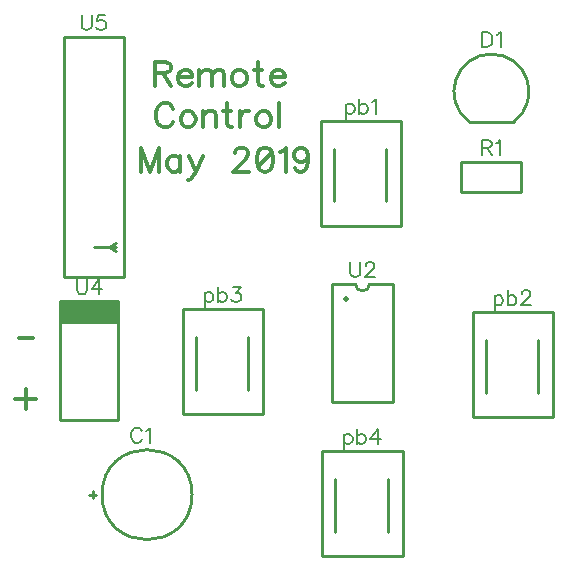
<source format=gbr>
G04 DipTrace 2.4.0.2*
%INTopSilk.gbr*%
%MOIN*%
%ADD10C,0.0098*%
%ADD46C,0.0077*%
%ADD47C,0.0124*%
%FSLAX44Y44*%
G04*
G70*
G90*
G75*
G01*
%LNTopSilk*%
%LPD*%
X17114Y14368D2*
D10*
Y10431D1*
X15067D2*
X17114D1*
X15067Y14368D2*
Y10431D1*
Y14368D2*
X15854D1*
X17114D2*
X16327D1*
X15854D2*
G03X16327Y14368I236J0D01*
G01*
X7095Y7223D2*
Y7459D1*
X6977Y7341D2*
X7213D1*
X7406D2*
G02X7406Y7341I1500J0D01*
G01*
X14692Y19810D2*
X17380D1*
Y16310D1*
X14692D1*
Y19810D1*
X15130Y18872D2*
Y17122D1*
X16880Y18872D2*
Y17122D1*
X19755Y13420D2*
X22442D1*
Y9920D1*
X19755D1*
Y13420D1*
X20193Y12482D2*
Y10732D1*
X21943Y12482D2*
Y10732D1*
X10098Y13528D2*
X12786D1*
Y10028D1*
X10098D1*
Y13528D1*
X10536Y12591D2*
Y10841D1*
X12286Y12591D2*
Y10841D1*
X14745Y8799D2*
X17433D1*
Y5299D1*
X14745D1*
Y8799D1*
X15183Y7862D2*
Y6112D1*
X16933Y7862D2*
Y6112D1*
X7939Y13788D2*
X5991D1*
Y9830D1*
X7939D1*
Y13788D1*
G36*
X7991Y13538D2*
X5991D1*
Y13038D1*
X7991D1*
Y13538D1*
G37*
G36*
X7928Y13414D2*
X6116D1*
Y13351D1*
X7928D1*
Y13414D1*
G37*
G36*
X7991Y13726D2*
X7928D1*
D1*
X7991D1*
G37*
G36*
Y13788D2*
X5991D1*
Y13226D1*
X7991D1*
Y13788D1*
G37*
X8135Y22600D2*
D10*
X6135D1*
Y14600D1*
X8135D1*
Y22600D1*
X7885Y15600D2*
X7385D1*
X7885D2*
X7135D1*
X7635D2*
X7885Y15475D1*
X7635Y15600D2*
X7885Y15725D1*
X19368Y18419D2*
X21364D1*
Y17419D2*
Y18419D1*
X19368Y17419D2*
X21364D1*
X19368D2*
Y18419D1*
X21135Y19779D2*
X19636D1*
X21138Y19781D2*
G03X19633Y19781I-752J998D01*
G01*
X15678Y15100D2*
D46*
Y14741D1*
X15702Y14669D1*
X15750Y14622D1*
X15822Y14598D1*
X15870D1*
X15941Y14622D1*
X15990Y14669D1*
X16013Y14741D1*
Y15100D1*
X16192Y14980D2*
Y15004D1*
X16216Y15052D1*
X16240Y15076D1*
X16288Y15099D1*
X16383D1*
X16431Y15076D1*
X16455Y15052D1*
X16479Y15004D1*
Y14956D1*
X16455Y14908D1*
X16407Y14837D1*
X16168Y14598D1*
X16503D1*
X8734Y9454D2*
X8710Y9501D1*
X8662Y9549D1*
X8614Y9573D1*
X8519D1*
X8471Y9549D1*
X8423Y9501D1*
X8399Y9454D1*
X8375Y9382D1*
Y9262D1*
X8399Y9191D1*
X8423Y9143D1*
X8471Y9095D1*
X8519Y9071D1*
X8614D1*
X8662Y9095D1*
X8710Y9143D1*
X8734Y9191D1*
X8888Y9477D2*
X8936Y9501D1*
X9008Y9573D1*
Y9071D1*
X15534Y20374D2*
Y19872D1*
Y20303D2*
X15583Y20350D1*
X15630Y20374D1*
X15702D1*
X15750Y20350D1*
X15798Y20303D1*
X15822Y20231D1*
Y20183D1*
X15798Y20111D1*
X15750Y20063D1*
X15702Y20040D1*
X15630D1*
X15583Y20063D1*
X15534Y20111D1*
X15976Y20542D2*
Y20040D1*
Y20303D2*
X16024Y20351D1*
X16072Y20374D1*
X16144D1*
X16191Y20351D1*
X16239Y20303D1*
X16263Y20231D1*
Y20183D1*
X16239Y20111D1*
X16191Y20064D1*
X16144Y20040D1*
X16072D1*
X16024Y20064D1*
X15976Y20111D1*
X16417Y20446D2*
X16466Y20470D1*
X16537Y20541D1*
Y20040D1*
X20490Y13985D2*
Y13482D1*
Y13913D2*
X20538Y13960D1*
X20585Y13985D1*
X20657D1*
X20705Y13960D1*
X20753Y13913D1*
X20777Y13841D1*
Y13793D1*
X20753Y13722D1*
X20705Y13673D1*
X20657Y13650D1*
X20585D1*
X20538Y13673D1*
X20490Y13722D1*
X20932Y14152D2*
Y13650D1*
Y13913D2*
X20980Y13961D1*
X21027Y13985D1*
X21099D1*
X21147Y13961D1*
X21195Y13913D1*
X21218Y13841D1*
Y13793D1*
X21195Y13722D1*
X21147Y13674D1*
X21099Y13650D1*
X21027D1*
X20980Y13674D1*
X20932Y13722D1*
X21397Y14032D2*
Y14056D1*
X21421Y14104D1*
X21445Y14128D1*
X21493Y14152D1*
X21588D1*
X21636Y14128D1*
X21660Y14104D1*
X21684Y14056D1*
Y14008D1*
X21660Y13960D1*
X21612Y13889D1*
X21373Y13650D1*
X21708D1*
X10833Y14093D2*
Y13591D1*
Y14021D2*
X10881Y14069D1*
X10929Y14093D1*
X11001D1*
X11049Y14069D1*
X11096Y14021D1*
X11121Y13949D1*
Y13901D1*
X11096Y13830D1*
X11049Y13782D1*
X11001Y13758D1*
X10929D1*
X10881Y13782D1*
X10833Y13830D1*
X11275Y14260D2*
Y13758D1*
Y14021D2*
X11323Y14069D1*
X11371Y14093D1*
X11442D1*
X11490Y14069D1*
X11538Y14021D1*
X11562Y13949D1*
Y13902D1*
X11538Y13830D1*
X11490Y13782D1*
X11442Y13758D1*
X11371D1*
X11323Y13782D1*
X11275Y13830D1*
X11764Y14260D2*
X12027D1*
X11884Y14069D1*
X11956D1*
X12003Y14045D1*
X12027Y14021D1*
X12051Y13949D1*
Y13902D1*
X12027Y13830D1*
X11979Y13782D1*
X11907Y13758D1*
X11836D1*
X11764Y13782D1*
X11741Y13806D1*
X11716Y13854D1*
X15468Y9364D2*
Y8862D1*
Y9292D2*
X15516Y9340D1*
X15564Y9364D1*
X15636D1*
X15684Y9340D1*
X15731Y9292D1*
X15756Y9220D1*
Y9172D1*
X15731Y9101D1*
X15684Y9053D1*
X15636Y9029D1*
X15564D1*
X15516Y9053D1*
X15468Y9101D1*
X15910Y9532D2*
Y9029D1*
Y9292D2*
X15958Y9340D1*
X16006Y9364D1*
X16077D1*
X16125Y9340D1*
X16173Y9292D1*
X16197Y9220D1*
Y9173D1*
X16173Y9101D1*
X16125Y9054D1*
X16077Y9029D1*
X16006D1*
X15958Y9054D1*
X15910Y9101D1*
X16591Y9029D2*
Y9531D1*
X16351Y9197D1*
X16710D1*
X6567Y14521D2*
Y14162D1*
X6591Y14090D1*
X6639Y14043D1*
X6711Y14018D1*
X6758D1*
X6830Y14043D1*
X6878Y14090D1*
X6902Y14162D1*
Y14521D1*
X7295Y14018D2*
Y14520D1*
X7056Y14186D1*
X7415D1*
X6723Y23332D2*
Y22973D1*
X6747Y22902D1*
X6795Y22854D1*
X6867Y22830D1*
X6914D1*
X6986Y22854D1*
X7034Y22902D1*
X7058Y22973D1*
Y23332D1*
X7499D2*
X7260D1*
X7236Y23117D1*
X7260Y23140D1*
X7332Y23165D1*
X7403D1*
X7475Y23140D1*
X7523Y23093D1*
X7547Y23021D1*
Y22973D1*
X7523Y22902D1*
X7475Y22853D1*
X7403Y22830D1*
X7332D1*
X7260Y22853D1*
X7236Y22878D1*
X7212Y22925D1*
X20061Y18912D2*
X20276D1*
X20348Y18936D1*
X20372Y18960D1*
X20396Y19007D1*
Y19055D1*
X20372Y19103D1*
X20348Y19127D1*
X20276Y19151D1*
X20061D1*
Y18649D1*
X20229Y18912D2*
X20396Y18649D1*
X20550Y19055D2*
X20599Y19079D1*
X20670Y19150D1*
Y18649D1*
X20081Y22761D2*
Y22259D1*
X20249D1*
X20320Y22283D1*
X20368Y22331D1*
X20392Y22379D1*
X20416Y22450D1*
Y22570D1*
X20392Y22642D1*
X20368Y22689D1*
X20320Y22737D1*
X20249Y22761D1*
X20081D1*
X20570Y22665D2*
X20618Y22689D1*
X20690Y22761D1*
Y22259D1*
X9157Y21384D2*
D47*
X9501D1*
X9616Y21423D1*
X9655Y21461D1*
X9693Y21537D1*
Y21614D1*
X9655Y21690D1*
X9616Y21729D1*
X9501Y21767D1*
X9157D1*
Y20963D1*
X9425Y21384D2*
X9693Y20963D1*
X9940Y21269D2*
X10399D1*
Y21346D1*
X10361Y21423D1*
X10323Y21461D1*
X10246Y21499D1*
X10131D1*
X10055Y21461D1*
X9978Y21384D1*
X9940Y21269D1*
Y21193D1*
X9978Y21078D1*
X10055Y21002D1*
X10131Y20963D1*
X10246D1*
X10323Y21002D1*
X10399Y21078D1*
X10646Y21499D2*
Y20963D1*
Y21346D2*
X10761Y21461D1*
X10837Y21499D1*
X10952D1*
X11029Y21461D1*
X11067Y21346D1*
Y20963D1*
Y21346D2*
X11181Y21461D1*
X11258Y21499D1*
X11373D1*
X11449Y21461D1*
X11488Y21346D1*
Y20963D1*
X11926Y21499D2*
X11850Y21461D1*
X11773Y21384D1*
X11735Y21269D1*
Y21193D1*
X11773Y21078D1*
X11850Y21002D1*
X11926Y20963D1*
X12041D1*
X12118Y21002D1*
X12194Y21078D1*
X12233Y21193D1*
Y21269D1*
X12194Y21384D1*
X12118Y21461D1*
X12041Y21499D1*
X11926D1*
X12595Y21767D2*
Y21116D1*
X12633Y21002D1*
X12710Y20963D1*
X12786D1*
X12480Y21499D2*
X12748D1*
X13033Y21269D2*
X13492D1*
Y21346D1*
X13454Y21423D1*
X13416Y21461D1*
X13339Y21499D1*
X13224D1*
X13148Y21461D1*
X13071Y21384D1*
X13033Y21269D1*
Y21193D1*
X13071Y21078D1*
X13148Y21002D1*
X13224Y20963D1*
X13339D1*
X13416Y21002D1*
X13492Y21078D1*
X9780Y20198D2*
X9742Y20274D1*
X9665Y20351D1*
X9589Y20389D1*
X9436D1*
X9359Y20351D1*
X9283Y20274D1*
X9244Y20198D1*
X9206Y20083D1*
Y19891D1*
X9244Y19777D1*
X9283Y19700D1*
X9359Y19624D1*
X9436Y19585D1*
X9589D1*
X9665Y19624D1*
X9742Y19700D1*
X9780Y19777D1*
X10218Y20121D2*
X10142Y20083D1*
X10065Y20006D1*
X10027Y19891D1*
Y19815D1*
X10065Y19700D1*
X10142Y19624D1*
X10218Y19585D1*
X10333D1*
X10410Y19624D1*
X10486Y19700D1*
X10525Y19815D1*
Y19891D1*
X10486Y20006D1*
X10410Y20083D1*
X10333Y20121D1*
X10218D1*
X10772D2*
Y19585D1*
Y19968D2*
X10887Y20083D1*
X10964Y20121D1*
X11078D1*
X11155Y20083D1*
X11193Y19968D1*
Y19585D1*
X11555Y20389D2*
Y19738D1*
X11593Y19624D1*
X11670Y19585D1*
X11746D1*
X11440Y20121D2*
X11708D1*
X11993D2*
Y19585D1*
Y19891D2*
X12032Y20006D1*
X12108Y20083D1*
X12185Y20121D1*
X12300D1*
X12738D2*
X12662Y20083D1*
X12585Y20006D1*
X12547Y19891D1*
Y19815D1*
X12585Y19700D1*
X12662Y19624D1*
X12738Y19585D1*
X12853D1*
X12929Y19624D1*
X13006Y19700D1*
X13044Y19815D1*
Y19891D1*
X13006Y20006D1*
X12929Y20083D1*
X12853Y20121D1*
X12738D1*
X13291Y20389D2*
Y19585D1*
X4862Y10877D2*
Y10188D1*
X4518Y10532D2*
X5206D1*
X9309Y18109D2*
Y18913D1*
X9003Y18109D1*
X8697Y18913D1*
Y18109D1*
X10015Y18645D2*
Y18109D1*
Y18530D2*
X9939Y18607D1*
X9862Y18645D1*
X9748D1*
X9671Y18607D1*
X9595Y18530D1*
X9556Y18415D1*
Y18339D1*
X9595Y18224D1*
X9671Y18148D1*
X9748Y18109D1*
X9862D1*
X9939Y18148D1*
X10015Y18224D1*
X10301Y18645D2*
X10530Y18109D1*
X10454Y17956D1*
X10377Y17879D1*
X10301Y17841D1*
X10262D1*
X10760Y18645D2*
X10530Y18109D1*
X11824Y18721D2*
Y18759D1*
X11862Y18836D1*
X11900Y18874D1*
X11977Y18912D1*
X12130D1*
X12206Y18874D1*
X12244Y18836D1*
X12283Y18759D1*
Y18683D1*
X12244Y18606D1*
X12168Y18492D1*
X11785Y18109D1*
X12321D1*
X12798Y18912D2*
X12683Y18874D1*
X12606Y18759D1*
X12568Y18568D1*
Y18453D1*
X12606Y18262D1*
X12683Y18147D1*
X12798Y18109D1*
X12874D1*
X12989Y18147D1*
X13065Y18262D1*
X13104Y18453D1*
Y18568D1*
X13065Y18759D1*
X12989Y18874D1*
X12874Y18912D1*
X12798D1*
X13065Y18759D2*
X12606Y18262D1*
X13351Y18759D2*
X13428Y18798D1*
X13543Y18912D1*
Y18109D1*
X14287Y18645D2*
X14249Y18530D1*
X14173Y18453D1*
X14058Y18415D1*
X14020D1*
X13905Y18453D1*
X13829Y18530D1*
X13790Y18645D1*
Y18683D1*
X13829Y18798D1*
X13905Y18874D1*
X14020Y18912D1*
X14058D1*
X14173Y18874D1*
X14249Y18798D1*
X14287Y18645D1*
Y18453D1*
X14249Y18262D1*
X14173Y18147D1*
X14058Y18109D1*
X13982D1*
X13867Y18147D1*
X13829Y18224D1*
X4649Y12580D2*
X5091D1*
X15527Y13909D2*
X15489Y13870D1*
X15527Y13832D1*
X15566Y13870D1*
X15527Y13909D1*
M02*

</source>
